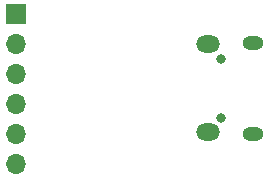
<source format=gbr>
%TF.GenerationSoftware,KiCad,Pcbnew,(5.99.0-10766-geeb405c196)*%
%TF.CreationDate,2021-06-27T17:30:59+04:00*%
%TF.ProjectId,FTDI_Basic_Breakout-3.3V,46544449-5f42-4617-9369-635f42726561,rev?*%
%TF.SameCoordinates,Original*%
%TF.FileFunction,Soldermask,Bot*%
%TF.FilePolarity,Negative*%
%FSLAX46Y46*%
G04 Gerber Fmt 4.6, Leading zero omitted, Abs format (unit mm)*
G04 Created by KiCad (PCBNEW (5.99.0-10766-geeb405c196)) date 2021-06-27 17:30:59*
%MOMM*%
%LPD*%
G01*
G04 APERTURE LIST*
%ADD10R,1.700000X1.700000*%
%ADD11O,1.700000X1.700000*%
%ADD12O,0.800000X0.800000*%
%ADD13O,2.000000X1.450000*%
%ADD14O,1.800000X1.150000*%
G04 APERTURE END LIST*
D10*
%TO.C,J2*%
X121400000Y-94675000D03*
D11*
X121400000Y-97215000D03*
X121400000Y-99755000D03*
X121400000Y-102295000D03*
X121400000Y-104835000D03*
X121400000Y-107375000D03*
%TD*%
D12*
%TO.C,J1*%
X138700000Y-98500000D03*
X138700000Y-103500000D03*
D13*
X137650000Y-97275000D03*
X137650000Y-104725000D03*
D14*
X141450000Y-104875000D03*
X141450000Y-97125000D03*
%TD*%
M02*

</source>
